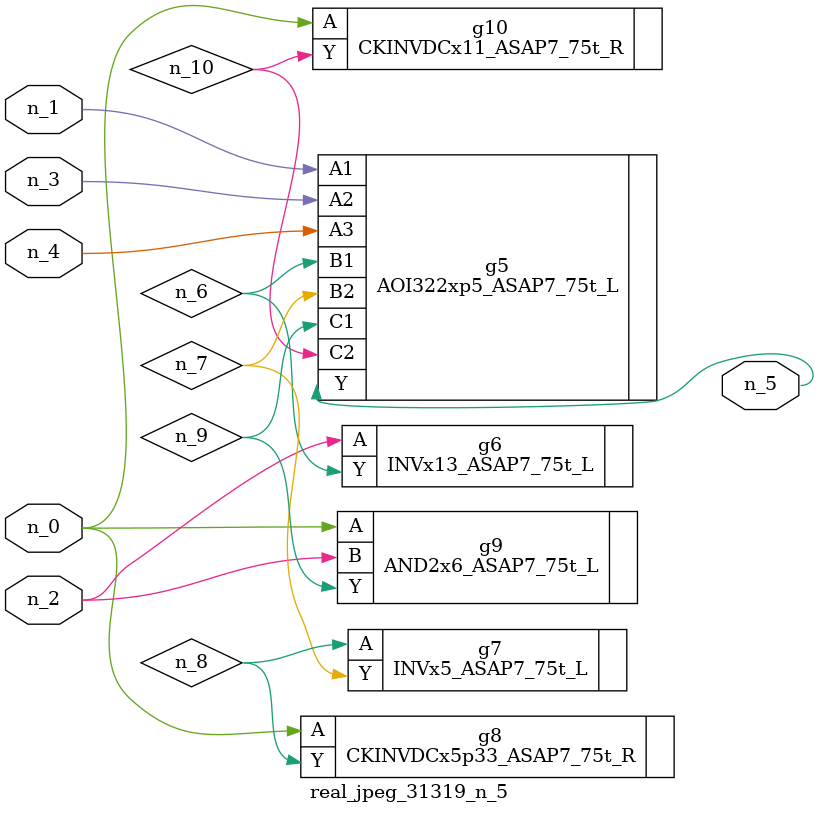
<source format=v>
module real_jpeg_31319_n_5 (n_4, n_0, n_1, n_2, n_3, n_5);

input n_4;
input n_0;
input n_1;
input n_2;
input n_3;

output n_5;

wire n_8;
wire n_6;
wire n_7;
wire n_10;
wire n_9;

CKINVDCx5p33_ASAP7_75t_R g8 ( 
.A(n_0),
.Y(n_8)
);

AND2x6_ASAP7_75t_L g9 ( 
.A(n_0),
.B(n_2),
.Y(n_9)
);

CKINVDCx11_ASAP7_75t_R g10 ( 
.A(n_0),
.Y(n_10)
);

AOI322xp5_ASAP7_75t_L g5 ( 
.A1(n_1),
.A2(n_3),
.A3(n_4),
.B1(n_6),
.B2(n_7),
.C1(n_9),
.C2(n_10),
.Y(n_5)
);

INVx13_ASAP7_75t_L g6 ( 
.A(n_2),
.Y(n_6)
);

INVx5_ASAP7_75t_L g7 ( 
.A(n_8),
.Y(n_7)
);


endmodule
</source>
